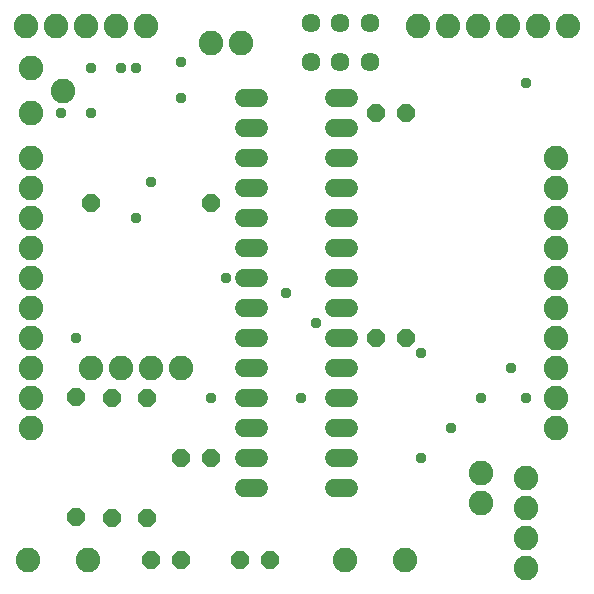
<source format=gbr>
G04 EAGLE Gerber RS-274X export*
G75*
%MOMM*%
%FSLAX34Y34*%
%LPD*%
%INSoldermask Bottom*%
%IPPOS*%
%AMOC8*
5,1,8,0,0,1.08239X$1,22.5*%
G01*
%ADD10C,1.524000*%
%ADD11C,2.082800*%
%ADD12C,1.611200*%
%ADD13P,1.649562X8X22.500000*%
%ADD14P,1.649562X8X202.500000*%
%ADD15P,1.649562X8X292.500000*%
%ADD16P,1.649562X8X112.500000*%
%ADD17C,0.959600*%


D10*
X205296Y419100D02*
X218504Y419100D01*
X218504Y393700D02*
X205296Y393700D01*
X205296Y368300D02*
X218504Y368300D01*
X218504Y342900D02*
X205296Y342900D01*
X205296Y317500D02*
X218504Y317500D01*
X218504Y292100D02*
X205296Y292100D01*
X205296Y266700D02*
X218504Y266700D01*
X218504Y241300D02*
X205296Y241300D01*
X205296Y215900D02*
X218504Y215900D01*
X218504Y190500D02*
X205296Y190500D01*
X205296Y165100D02*
X218504Y165100D01*
X218504Y139700D02*
X205296Y139700D01*
X205296Y114300D02*
X218504Y114300D01*
X218504Y88900D02*
X205296Y88900D01*
X281496Y88900D02*
X294704Y88900D01*
X294704Y114300D02*
X281496Y114300D01*
X281496Y139700D02*
X294704Y139700D01*
X294704Y165100D02*
X281496Y165100D01*
X281496Y190500D02*
X294704Y190500D01*
X294704Y215900D02*
X281496Y215900D01*
X281496Y241300D02*
X294704Y241300D01*
X294704Y266700D02*
X281496Y266700D01*
X281496Y292100D02*
X294704Y292100D01*
X294704Y317500D02*
X281496Y317500D01*
X281496Y342900D02*
X294704Y342900D01*
X294704Y368300D02*
X281496Y368300D01*
X281496Y393700D02*
X294704Y393700D01*
X294704Y419100D02*
X281496Y419100D01*
D11*
X177800Y466090D03*
X203200Y466090D03*
D12*
X262020Y449590D03*
X287020Y449590D03*
X312020Y449590D03*
X312020Y482590D03*
X287020Y482590D03*
X262020Y482590D03*
D11*
X76200Y190500D03*
X101600Y190500D03*
X127000Y190500D03*
X152400Y190500D03*
X353010Y480060D03*
X378410Y480060D03*
X403810Y480060D03*
X429210Y480060D03*
X454610Y480060D03*
X480010Y480060D03*
X123000Y480060D03*
X97600Y480060D03*
X72200Y480060D03*
X46800Y480060D03*
X21400Y480060D03*
X444500Y21590D03*
X444500Y46990D03*
X444500Y72390D03*
X444500Y97790D03*
X469900Y368300D03*
X469900Y342900D03*
X469900Y317500D03*
X469900Y292100D03*
X469900Y266700D03*
X406400Y76200D03*
D13*
X127000Y27940D03*
X152400Y27940D03*
D14*
X227330Y27940D03*
X201930Y27940D03*
D11*
X22860Y27940D03*
X73660Y27940D03*
X290830Y27940D03*
X341630Y27940D03*
D15*
X93980Y165100D03*
X93980Y63500D03*
X123190Y165100D03*
X123190Y63500D03*
D16*
X63500Y64770D03*
X63500Y166370D03*
D13*
X317500Y406400D03*
X342900Y406400D03*
D14*
X177800Y114300D03*
X152400Y114300D03*
D13*
X317500Y215900D03*
X342900Y215900D03*
D14*
X177800Y330200D03*
X76200Y330200D03*
D11*
X406400Y101600D03*
X469900Y241300D03*
X469900Y215900D03*
X469900Y190500D03*
X469900Y165100D03*
X469900Y139700D03*
X25400Y241300D03*
X25400Y215900D03*
X25400Y190500D03*
X25400Y165100D03*
X25400Y139700D03*
X25400Y368300D03*
X25400Y342900D03*
X25400Y317500D03*
X25400Y292100D03*
X25400Y266700D03*
X25400Y444500D03*
X25400Y406400D03*
X52070Y425450D03*
D17*
X63500Y215900D03*
X444500Y431800D03*
X76200Y444500D03*
X76200Y406400D03*
X444500Y165100D03*
X50800Y406400D03*
X152400Y419100D03*
X152400Y449390D03*
X114300Y444500D03*
X127000Y347980D03*
X101600Y444500D03*
X114300Y317500D03*
X254000Y165100D03*
X177800Y165100D03*
X190500Y266700D03*
X431800Y190500D03*
X241300Y254000D03*
X406400Y165100D03*
X381000Y139700D03*
X355600Y114300D03*
X355600Y203200D03*
X266700Y228600D03*
M02*

</source>
